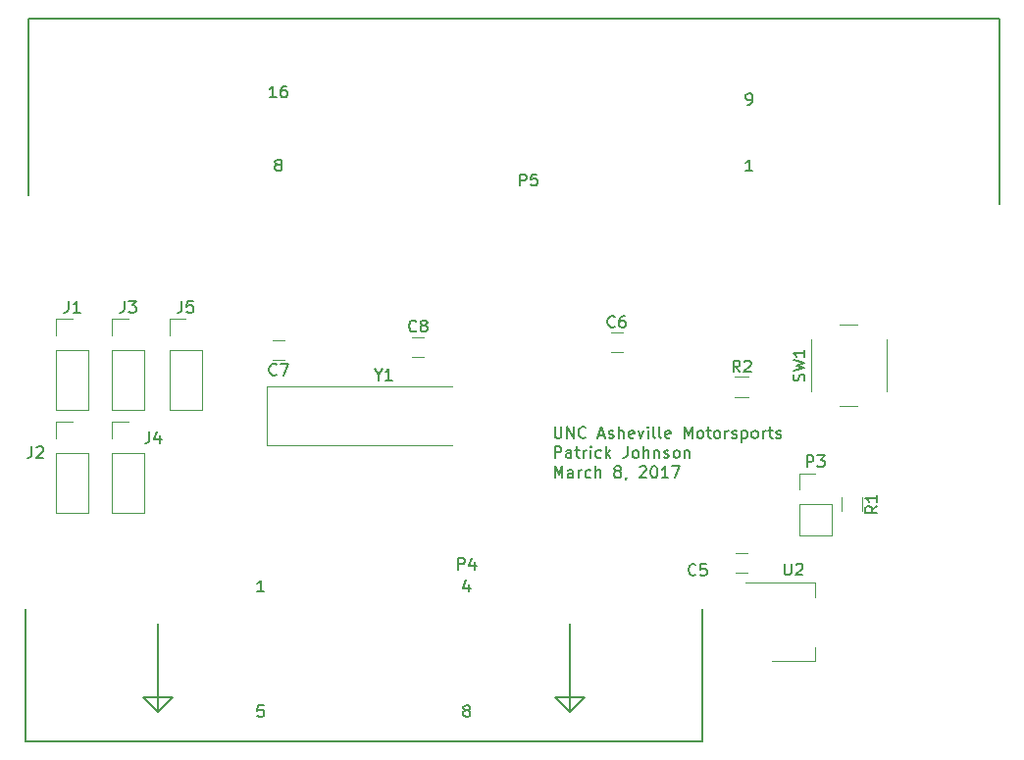
<source format=gto>
G04 #@! TF.GenerationSoftware,KiCad,Pcbnew,(2017-03-04 revision f18196186)-makepkg*
G04 #@! TF.CreationDate,2017-03-09T17:33:05-05:00*
G04 #@! TF.ProjectId,C-CAN_Y17,432D43414E5F5931372E6B696361645F,rev?*
G04 #@! TF.FileFunction,Legend,Top*
G04 #@! TF.FilePolarity,Positive*
%FSLAX46Y46*%
G04 Gerber Fmt 4.6, Leading zero omitted, Abs format (unit mm)*
G04 Created by KiCad (PCBNEW (2017-03-04 revision f18196186)-makepkg) date 03/09/17 17:33:05*
%MOMM*%
%LPD*%
G01*
G04 APERTURE LIST*
%ADD10C,0.100000*%
%ADD11C,0.200000*%
%ADD12C,0.120000*%
%ADD13C,0.150000*%
G04 APERTURE END LIST*
D10*
D11*
X142608095Y-101892380D02*
X142608095Y-102701904D01*
X142655714Y-102797142D01*
X142703333Y-102844761D01*
X142798571Y-102892380D01*
X142989047Y-102892380D01*
X143084285Y-102844761D01*
X143131904Y-102797142D01*
X143179523Y-102701904D01*
X143179523Y-101892380D01*
X143655714Y-102892380D02*
X143655714Y-101892380D01*
X144227142Y-102892380D01*
X144227142Y-101892380D01*
X145274761Y-102797142D02*
X145227142Y-102844761D01*
X145084285Y-102892380D01*
X144989047Y-102892380D01*
X144846190Y-102844761D01*
X144750952Y-102749523D01*
X144703333Y-102654285D01*
X144655714Y-102463809D01*
X144655714Y-102320952D01*
X144703333Y-102130476D01*
X144750952Y-102035238D01*
X144846190Y-101940000D01*
X144989047Y-101892380D01*
X145084285Y-101892380D01*
X145227142Y-101940000D01*
X145274761Y-101987619D01*
X146417619Y-102606666D02*
X146893809Y-102606666D01*
X146322380Y-102892380D02*
X146655714Y-101892380D01*
X146989047Y-102892380D01*
X147274761Y-102844761D02*
X147370000Y-102892380D01*
X147560476Y-102892380D01*
X147655714Y-102844761D01*
X147703333Y-102749523D01*
X147703333Y-102701904D01*
X147655714Y-102606666D01*
X147560476Y-102559047D01*
X147417619Y-102559047D01*
X147322380Y-102511428D01*
X147274761Y-102416190D01*
X147274761Y-102368571D01*
X147322380Y-102273333D01*
X147417619Y-102225714D01*
X147560476Y-102225714D01*
X147655714Y-102273333D01*
X148131904Y-102892380D02*
X148131904Y-101892380D01*
X148560476Y-102892380D02*
X148560476Y-102368571D01*
X148512857Y-102273333D01*
X148417619Y-102225714D01*
X148274761Y-102225714D01*
X148179523Y-102273333D01*
X148131904Y-102320952D01*
X149417619Y-102844761D02*
X149322380Y-102892380D01*
X149131904Y-102892380D01*
X149036666Y-102844761D01*
X148989047Y-102749523D01*
X148989047Y-102368571D01*
X149036666Y-102273333D01*
X149131904Y-102225714D01*
X149322380Y-102225714D01*
X149417619Y-102273333D01*
X149465238Y-102368571D01*
X149465238Y-102463809D01*
X148989047Y-102559047D01*
X149798571Y-102225714D02*
X150036666Y-102892380D01*
X150274761Y-102225714D01*
X150655714Y-102892380D02*
X150655714Y-102225714D01*
X150655714Y-101892380D02*
X150608095Y-101940000D01*
X150655714Y-101987619D01*
X150703333Y-101940000D01*
X150655714Y-101892380D01*
X150655714Y-101987619D01*
X151274761Y-102892380D02*
X151179523Y-102844761D01*
X151131904Y-102749523D01*
X151131904Y-101892380D01*
X151798571Y-102892380D02*
X151703333Y-102844761D01*
X151655714Y-102749523D01*
X151655714Y-101892380D01*
X152560476Y-102844761D02*
X152465238Y-102892380D01*
X152274761Y-102892380D01*
X152179523Y-102844761D01*
X152131904Y-102749523D01*
X152131904Y-102368571D01*
X152179523Y-102273333D01*
X152274761Y-102225714D01*
X152465238Y-102225714D01*
X152560476Y-102273333D01*
X152608095Y-102368571D01*
X152608095Y-102463809D01*
X152131904Y-102559047D01*
X153798571Y-102892380D02*
X153798571Y-101892380D01*
X154131904Y-102606666D01*
X154465238Y-101892380D01*
X154465238Y-102892380D01*
X155084285Y-102892380D02*
X154989047Y-102844761D01*
X154941428Y-102797142D01*
X154893809Y-102701904D01*
X154893809Y-102416190D01*
X154941428Y-102320952D01*
X154989047Y-102273333D01*
X155084285Y-102225714D01*
X155227142Y-102225714D01*
X155322380Y-102273333D01*
X155370000Y-102320952D01*
X155417619Y-102416190D01*
X155417619Y-102701904D01*
X155370000Y-102797142D01*
X155322380Y-102844761D01*
X155227142Y-102892380D01*
X155084285Y-102892380D01*
X155703333Y-102225714D02*
X156084285Y-102225714D01*
X155846190Y-101892380D02*
X155846190Y-102749523D01*
X155893809Y-102844761D01*
X155989047Y-102892380D01*
X156084285Y-102892380D01*
X156560476Y-102892380D02*
X156465238Y-102844761D01*
X156417619Y-102797142D01*
X156370000Y-102701904D01*
X156370000Y-102416190D01*
X156417619Y-102320952D01*
X156465238Y-102273333D01*
X156560476Y-102225714D01*
X156703333Y-102225714D01*
X156798571Y-102273333D01*
X156846190Y-102320952D01*
X156893809Y-102416190D01*
X156893809Y-102701904D01*
X156846190Y-102797142D01*
X156798571Y-102844761D01*
X156703333Y-102892380D01*
X156560476Y-102892380D01*
X157322380Y-102892380D02*
X157322380Y-102225714D01*
X157322380Y-102416190D02*
X157370000Y-102320952D01*
X157417619Y-102273333D01*
X157512857Y-102225714D01*
X157608095Y-102225714D01*
X157893809Y-102844761D02*
X157989047Y-102892380D01*
X158179523Y-102892380D01*
X158274761Y-102844761D01*
X158322380Y-102749523D01*
X158322380Y-102701904D01*
X158274761Y-102606666D01*
X158179523Y-102559047D01*
X158036666Y-102559047D01*
X157941428Y-102511428D01*
X157893809Y-102416190D01*
X157893809Y-102368571D01*
X157941428Y-102273333D01*
X158036666Y-102225714D01*
X158179523Y-102225714D01*
X158274761Y-102273333D01*
X158750952Y-102225714D02*
X158750952Y-103225714D01*
X158750952Y-102273333D02*
X158846190Y-102225714D01*
X159036666Y-102225714D01*
X159131904Y-102273333D01*
X159179523Y-102320952D01*
X159227142Y-102416190D01*
X159227142Y-102701904D01*
X159179523Y-102797142D01*
X159131904Y-102844761D01*
X159036666Y-102892380D01*
X158846190Y-102892380D01*
X158750952Y-102844761D01*
X159798571Y-102892380D02*
X159703333Y-102844761D01*
X159655714Y-102797142D01*
X159608095Y-102701904D01*
X159608095Y-102416190D01*
X159655714Y-102320952D01*
X159703333Y-102273333D01*
X159798571Y-102225714D01*
X159941428Y-102225714D01*
X160036666Y-102273333D01*
X160084285Y-102320952D01*
X160131904Y-102416190D01*
X160131904Y-102701904D01*
X160084285Y-102797142D01*
X160036666Y-102844761D01*
X159941428Y-102892380D01*
X159798571Y-102892380D01*
X160560476Y-102892380D02*
X160560476Y-102225714D01*
X160560476Y-102416190D02*
X160608095Y-102320952D01*
X160655714Y-102273333D01*
X160750952Y-102225714D01*
X160846190Y-102225714D01*
X161036666Y-102225714D02*
X161417619Y-102225714D01*
X161179523Y-101892380D02*
X161179523Y-102749523D01*
X161227142Y-102844761D01*
X161322380Y-102892380D01*
X161417619Y-102892380D01*
X161703333Y-102844761D02*
X161798571Y-102892380D01*
X161989047Y-102892380D01*
X162084285Y-102844761D01*
X162131904Y-102749523D01*
X162131904Y-102701904D01*
X162084285Y-102606666D01*
X161989047Y-102559047D01*
X161846190Y-102559047D01*
X161750952Y-102511428D01*
X161703333Y-102416190D01*
X161703333Y-102368571D01*
X161750952Y-102273333D01*
X161846190Y-102225714D01*
X161989047Y-102225714D01*
X162084285Y-102273333D01*
X142608095Y-104592380D02*
X142608095Y-103592380D01*
X142989047Y-103592380D01*
X143084285Y-103640000D01*
X143131904Y-103687619D01*
X143179523Y-103782857D01*
X143179523Y-103925714D01*
X143131904Y-104020952D01*
X143084285Y-104068571D01*
X142989047Y-104116190D01*
X142608095Y-104116190D01*
X144036666Y-104592380D02*
X144036666Y-104068571D01*
X143989047Y-103973333D01*
X143893809Y-103925714D01*
X143703333Y-103925714D01*
X143608095Y-103973333D01*
X144036666Y-104544761D02*
X143941428Y-104592380D01*
X143703333Y-104592380D01*
X143608095Y-104544761D01*
X143560476Y-104449523D01*
X143560476Y-104354285D01*
X143608095Y-104259047D01*
X143703333Y-104211428D01*
X143941428Y-104211428D01*
X144036666Y-104163809D01*
X144370000Y-103925714D02*
X144750952Y-103925714D01*
X144512857Y-103592380D02*
X144512857Y-104449523D01*
X144560476Y-104544761D01*
X144655714Y-104592380D01*
X144750952Y-104592380D01*
X145084285Y-104592380D02*
X145084285Y-103925714D01*
X145084285Y-104116190D02*
X145131904Y-104020952D01*
X145179523Y-103973333D01*
X145274761Y-103925714D01*
X145370000Y-103925714D01*
X145703333Y-104592380D02*
X145703333Y-103925714D01*
X145703333Y-103592380D02*
X145655714Y-103640000D01*
X145703333Y-103687619D01*
X145750952Y-103640000D01*
X145703333Y-103592380D01*
X145703333Y-103687619D01*
X146608095Y-104544761D02*
X146512857Y-104592380D01*
X146322380Y-104592380D01*
X146227142Y-104544761D01*
X146179523Y-104497142D01*
X146131904Y-104401904D01*
X146131904Y-104116190D01*
X146179523Y-104020952D01*
X146227142Y-103973333D01*
X146322380Y-103925714D01*
X146512857Y-103925714D01*
X146608095Y-103973333D01*
X147036666Y-104592380D02*
X147036666Y-103592380D01*
X147131904Y-104211428D02*
X147417619Y-104592380D01*
X147417619Y-103925714D02*
X147036666Y-104306666D01*
X148893809Y-103592380D02*
X148893809Y-104306666D01*
X148846190Y-104449523D01*
X148750952Y-104544761D01*
X148608095Y-104592380D01*
X148512857Y-104592380D01*
X149512857Y-104592380D02*
X149417619Y-104544761D01*
X149370000Y-104497142D01*
X149322380Y-104401904D01*
X149322380Y-104116190D01*
X149370000Y-104020952D01*
X149417619Y-103973333D01*
X149512857Y-103925714D01*
X149655714Y-103925714D01*
X149750952Y-103973333D01*
X149798571Y-104020952D01*
X149846190Y-104116190D01*
X149846190Y-104401904D01*
X149798571Y-104497142D01*
X149750952Y-104544761D01*
X149655714Y-104592380D01*
X149512857Y-104592380D01*
X150274761Y-104592380D02*
X150274761Y-103592380D01*
X150703333Y-104592380D02*
X150703333Y-104068571D01*
X150655714Y-103973333D01*
X150560476Y-103925714D01*
X150417619Y-103925714D01*
X150322380Y-103973333D01*
X150274761Y-104020952D01*
X151179523Y-103925714D02*
X151179523Y-104592380D01*
X151179523Y-104020952D02*
X151227142Y-103973333D01*
X151322380Y-103925714D01*
X151465238Y-103925714D01*
X151560476Y-103973333D01*
X151608095Y-104068571D01*
X151608095Y-104592380D01*
X152036666Y-104544761D02*
X152131904Y-104592380D01*
X152322380Y-104592380D01*
X152417619Y-104544761D01*
X152465238Y-104449523D01*
X152465238Y-104401904D01*
X152417619Y-104306666D01*
X152322380Y-104259047D01*
X152179523Y-104259047D01*
X152084285Y-104211428D01*
X152036666Y-104116190D01*
X152036666Y-104068571D01*
X152084285Y-103973333D01*
X152179523Y-103925714D01*
X152322380Y-103925714D01*
X152417619Y-103973333D01*
X153036666Y-104592380D02*
X152941428Y-104544761D01*
X152893809Y-104497142D01*
X152846190Y-104401904D01*
X152846190Y-104116190D01*
X152893809Y-104020952D01*
X152941428Y-103973333D01*
X153036666Y-103925714D01*
X153179523Y-103925714D01*
X153274761Y-103973333D01*
X153322380Y-104020952D01*
X153370000Y-104116190D01*
X153370000Y-104401904D01*
X153322380Y-104497142D01*
X153274761Y-104544761D01*
X153179523Y-104592380D01*
X153036666Y-104592380D01*
X153798571Y-103925714D02*
X153798571Y-104592380D01*
X153798571Y-104020952D02*
X153846190Y-103973333D01*
X153941428Y-103925714D01*
X154084285Y-103925714D01*
X154179523Y-103973333D01*
X154227142Y-104068571D01*
X154227142Y-104592380D01*
X142608095Y-106292380D02*
X142608095Y-105292380D01*
X142941428Y-106006666D01*
X143274761Y-105292380D01*
X143274761Y-106292380D01*
X144179523Y-106292380D02*
X144179523Y-105768571D01*
X144131904Y-105673333D01*
X144036666Y-105625714D01*
X143846190Y-105625714D01*
X143750952Y-105673333D01*
X144179523Y-106244761D02*
X144084285Y-106292380D01*
X143846190Y-106292380D01*
X143750952Y-106244761D01*
X143703333Y-106149523D01*
X143703333Y-106054285D01*
X143750952Y-105959047D01*
X143846190Y-105911428D01*
X144084285Y-105911428D01*
X144179523Y-105863809D01*
X144655714Y-106292380D02*
X144655714Y-105625714D01*
X144655714Y-105816190D02*
X144703333Y-105720952D01*
X144750952Y-105673333D01*
X144846190Y-105625714D01*
X144941428Y-105625714D01*
X145703333Y-106244761D02*
X145608095Y-106292380D01*
X145417619Y-106292380D01*
X145322380Y-106244761D01*
X145274761Y-106197142D01*
X145227142Y-106101904D01*
X145227142Y-105816190D01*
X145274761Y-105720952D01*
X145322380Y-105673333D01*
X145417619Y-105625714D01*
X145608095Y-105625714D01*
X145703333Y-105673333D01*
X146131904Y-106292380D02*
X146131904Y-105292380D01*
X146560476Y-106292380D02*
X146560476Y-105768571D01*
X146512857Y-105673333D01*
X146417619Y-105625714D01*
X146274761Y-105625714D01*
X146179523Y-105673333D01*
X146131904Y-105720952D01*
X147941428Y-105720952D02*
X147846190Y-105673333D01*
X147798571Y-105625714D01*
X147750952Y-105530476D01*
X147750952Y-105482857D01*
X147798571Y-105387619D01*
X147846190Y-105340000D01*
X147941428Y-105292380D01*
X148131904Y-105292380D01*
X148227142Y-105340000D01*
X148274761Y-105387619D01*
X148322380Y-105482857D01*
X148322380Y-105530476D01*
X148274761Y-105625714D01*
X148227142Y-105673333D01*
X148131904Y-105720952D01*
X147941428Y-105720952D01*
X147846190Y-105768571D01*
X147798571Y-105816190D01*
X147750952Y-105911428D01*
X147750952Y-106101904D01*
X147798571Y-106197142D01*
X147846190Y-106244761D01*
X147941428Y-106292380D01*
X148131904Y-106292380D01*
X148227142Y-106244761D01*
X148274761Y-106197142D01*
X148322380Y-106101904D01*
X148322380Y-105911428D01*
X148274761Y-105816190D01*
X148227142Y-105768571D01*
X148131904Y-105720952D01*
X148798571Y-106244761D02*
X148798571Y-106292380D01*
X148750952Y-106387619D01*
X148703333Y-106435238D01*
X149941428Y-105387619D02*
X149989047Y-105340000D01*
X150084285Y-105292380D01*
X150322380Y-105292380D01*
X150417619Y-105340000D01*
X150465238Y-105387619D01*
X150512857Y-105482857D01*
X150512857Y-105578095D01*
X150465238Y-105720952D01*
X149893809Y-106292380D01*
X150512857Y-106292380D01*
X151131904Y-105292380D02*
X151227142Y-105292380D01*
X151322380Y-105340000D01*
X151370000Y-105387619D01*
X151417619Y-105482857D01*
X151465238Y-105673333D01*
X151465238Y-105911428D01*
X151417619Y-106101904D01*
X151370000Y-106197142D01*
X151322380Y-106244761D01*
X151227142Y-106292380D01*
X151131904Y-106292380D01*
X151036666Y-106244761D01*
X150989047Y-106197142D01*
X150941428Y-106101904D01*
X150893809Y-105911428D01*
X150893809Y-105673333D01*
X150941428Y-105482857D01*
X150989047Y-105387619D01*
X151036666Y-105340000D01*
X151131904Y-105292380D01*
X152417619Y-106292380D02*
X151846190Y-106292380D01*
X152131904Y-106292380D02*
X152131904Y-105292380D01*
X152036666Y-105435238D01*
X151941428Y-105530476D01*
X151846190Y-105578095D01*
X152750952Y-105292380D02*
X153417619Y-105292380D01*
X152989047Y-106292380D01*
D12*
X104401000Y-104140000D02*
X104401000Y-109340000D01*
X104401000Y-109340000D02*
X107181000Y-109340000D01*
X107181000Y-109340000D02*
X107181000Y-104140000D01*
X107181000Y-104140000D02*
X104401000Y-104140000D01*
X104401000Y-102870000D02*
X104401000Y-101480000D01*
X104401000Y-101480000D02*
X105791000Y-101480000D01*
D13*
X97155000Y-66675000D02*
X97155000Y-81915000D01*
X180975000Y-66675000D02*
X180975000Y-82677000D01*
X97155000Y-66675000D02*
X180975000Y-66675000D01*
X143891000Y-126492000D02*
X143891000Y-126492000D01*
X145161000Y-125222000D02*
X143891000Y-126492000D01*
X142621000Y-125222000D02*
X145161000Y-125222000D01*
X143891000Y-126492000D02*
X142621000Y-125222000D01*
X143891000Y-118872000D02*
X143891000Y-126492000D01*
X108331000Y-126492000D02*
X108331000Y-126492000D01*
X109601000Y-125222000D02*
X108331000Y-126492000D01*
X107061000Y-125222000D02*
X109601000Y-125222000D01*
X108331000Y-126492000D02*
X107061000Y-125222000D01*
X108331000Y-118872000D02*
X108331000Y-126492000D01*
X155321000Y-129032000D02*
X155321000Y-117602000D01*
X96901000Y-129032000D02*
X155321000Y-129032000D01*
X96901000Y-117602000D02*
X96901000Y-129032000D01*
D12*
X158250000Y-114515000D02*
X159250000Y-114515000D01*
X159250000Y-112815000D02*
X158250000Y-112815000D01*
X148455000Y-93765000D02*
X147455000Y-93765000D01*
X147455000Y-95465000D02*
X148455000Y-95465000D01*
X119245000Y-94400000D02*
X118245000Y-94400000D01*
X118245000Y-96100000D02*
X119245000Y-96100000D01*
X130310000Y-95846000D02*
X131310000Y-95846000D01*
X131310000Y-94146000D02*
X130310000Y-94146000D01*
X163710000Y-105925000D02*
X165100000Y-105925000D01*
X163710000Y-107315000D02*
X163710000Y-105925000D01*
X166490000Y-108585000D02*
X163710000Y-108585000D01*
X166490000Y-111245000D02*
X166490000Y-108585000D01*
X163710000Y-111245000D02*
X166490000Y-111245000D01*
X163710000Y-108585000D02*
X163710000Y-111245000D01*
X167395000Y-109185000D02*
X167395000Y-107985000D01*
X169155000Y-107985000D02*
X169155000Y-109185000D01*
X158150000Y-97545000D02*
X159350000Y-97545000D01*
X159350000Y-99305000D02*
X158150000Y-99305000D01*
X168735000Y-93095000D02*
X167235000Y-93095000D01*
X164735000Y-94345000D02*
X164735000Y-98845000D01*
X167235000Y-100095000D02*
X168735000Y-100095000D01*
X171235000Y-98845000D02*
X171235000Y-94345000D01*
X159095000Y-115335000D02*
X165105000Y-115335000D01*
X161345000Y-122155000D02*
X165105000Y-122155000D01*
X165105000Y-115335000D02*
X165105000Y-116595000D01*
X165105000Y-122155000D02*
X165105000Y-120895000D01*
X117782500Y-103515000D02*
X133757500Y-103515000D01*
X117782500Y-98415000D02*
X117782500Y-103515000D01*
X133757500Y-98415000D02*
X117782500Y-98415000D01*
X99575000Y-92590000D02*
X100965000Y-92590000D01*
X99575000Y-93980000D02*
X99575000Y-92590000D01*
X102355000Y-95250000D02*
X99575000Y-95250000D01*
X102355000Y-100450000D02*
X102355000Y-95250000D01*
X99575000Y-100450000D02*
X102355000Y-100450000D01*
X99575000Y-95250000D02*
X99575000Y-100450000D01*
X99575000Y-104140000D02*
X99575000Y-109340000D01*
X99575000Y-109340000D02*
X102355000Y-109340000D01*
X102355000Y-109340000D02*
X102355000Y-104140000D01*
X102355000Y-104140000D02*
X99575000Y-104140000D01*
X99575000Y-102870000D02*
X99575000Y-101480000D01*
X99575000Y-101480000D02*
X100965000Y-101480000D01*
X104401000Y-92590000D02*
X105791000Y-92590000D01*
X104401000Y-93980000D02*
X104401000Y-92590000D01*
X107181000Y-95250000D02*
X104401000Y-95250000D01*
X107181000Y-100450000D02*
X107181000Y-95250000D01*
X104401000Y-100450000D02*
X107181000Y-100450000D01*
X104401000Y-95250000D02*
X104401000Y-100450000D01*
X109354000Y-92590000D02*
X110744000Y-92590000D01*
X109354000Y-93980000D02*
X109354000Y-92590000D01*
X112134000Y-95250000D02*
X109354000Y-95250000D01*
X112134000Y-100450000D02*
X112134000Y-95250000D01*
X109354000Y-100450000D02*
X112134000Y-100450000D01*
X109354000Y-95250000D02*
X109354000Y-100450000D01*
D13*
X107616666Y-102322380D02*
X107616666Y-103036666D01*
X107569047Y-103179523D01*
X107473809Y-103274761D01*
X107330952Y-103322380D01*
X107235714Y-103322380D01*
X108521428Y-102655714D02*
X108521428Y-103322380D01*
X108283333Y-102274761D02*
X108045238Y-102989047D01*
X108664285Y-102989047D01*
X139596904Y-81097380D02*
X139596904Y-80097380D01*
X139977857Y-80097380D01*
X140073095Y-80145000D01*
X140120714Y-80192619D01*
X140168333Y-80287857D01*
X140168333Y-80430714D01*
X140120714Y-80525952D01*
X140073095Y-80573571D01*
X139977857Y-80621190D01*
X139596904Y-80621190D01*
X141073095Y-80097380D02*
X140596904Y-80097380D01*
X140549285Y-80573571D01*
X140596904Y-80525952D01*
X140692142Y-80478333D01*
X140930238Y-80478333D01*
X141025476Y-80525952D01*
X141073095Y-80573571D01*
X141120714Y-80668809D01*
X141120714Y-80906904D01*
X141073095Y-81002142D01*
X141025476Y-81049761D01*
X140930238Y-81097380D01*
X140692142Y-81097380D01*
X140596904Y-81049761D01*
X140549285Y-81002142D01*
X118554523Y-73477380D02*
X117983095Y-73477380D01*
X118268809Y-73477380D02*
X118268809Y-72477380D01*
X118173571Y-72620238D01*
X118078333Y-72715476D01*
X117983095Y-72763095D01*
X119411666Y-72477380D02*
X119221190Y-72477380D01*
X119125952Y-72525000D01*
X119078333Y-72572619D01*
X118983095Y-72715476D01*
X118935476Y-72905952D01*
X118935476Y-73286904D01*
X118983095Y-73382142D01*
X119030714Y-73429761D01*
X119125952Y-73477380D01*
X119316428Y-73477380D01*
X119411666Y-73429761D01*
X119459285Y-73382142D01*
X119506904Y-73286904D01*
X119506904Y-73048809D01*
X119459285Y-72953571D01*
X119411666Y-72905952D01*
X119316428Y-72858333D01*
X119125952Y-72858333D01*
X119030714Y-72905952D01*
X118983095Y-72953571D01*
X118935476Y-73048809D01*
X159194523Y-74112380D02*
X159385000Y-74112380D01*
X159480238Y-74064761D01*
X159527857Y-74017142D01*
X159623095Y-73874285D01*
X159670714Y-73683809D01*
X159670714Y-73302857D01*
X159623095Y-73207619D01*
X159575476Y-73160000D01*
X159480238Y-73112380D01*
X159289761Y-73112380D01*
X159194523Y-73160000D01*
X159146904Y-73207619D01*
X159099285Y-73302857D01*
X159099285Y-73540952D01*
X159146904Y-73636190D01*
X159194523Y-73683809D01*
X159289761Y-73731428D01*
X159480238Y-73731428D01*
X159575476Y-73683809D01*
X159623095Y-73636190D01*
X159670714Y-73540952D01*
X118649761Y-79255952D02*
X118554523Y-79208333D01*
X118506904Y-79160714D01*
X118459285Y-79065476D01*
X118459285Y-79017857D01*
X118506904Y-78922619D01*
X118554523Y-78875000D01*
X118649761Y-78827380D01*
X118840238Y-78827380D01*
X118935476Y-78875000D01*
X118983095Y-78922619D01*
X119030714Y-79017857D01*
X119030714Y-79065476D01*
X118983095Y-79160714D01*
X118935476Y-79208333D01*
X118840238Y-79255952D01*
X118649761Y-79255952D01*
X118554523Y-79303571D01*
X118506904Y-79351190D01*
X118459285Y-79446428D01*
X118459285Y-79636904D01*
X118506904Y-79732142D01*
X118554523Y-79779761D01*
X118649761Y-79827380D01*
X118840238Y-79827380D01*
X118935476Y-79779761D01*
X118983095Y-79732142D01*
X119030714Y-79636904D01*
X119030714Y-79446428D01*
X118983095Y-79351190D01*
X118935476Y-79303571D01*
X118840238Y-79255952D01*
X159670714Y-79827380D02*
X159099285Y-79827380D01*
X159385000Y-79827380D02*
X159385000Y-78827380D01*
X159289761Y-78970238D01*
X159194523Y-79065476D01*
X159099285Y-79113095D01*
X134262904Y-114244380D02*
X134262904Y-113244380D01*
X134643857Y-113244380D01*
X134739095Y-113292000D01*
X134786714Y-113339619D01*
X134834333Y-113434857D01*
X134834333Y-113577714D01*
X134786714Y-113672952D01*
X134739095Y-113720571D01*
X134643857Y-113768190D01*
X134262904Y-113768190D01*
X135691476Y-113577714D02*
X135691476Y-114244380D01*
X135453380Y-113196761D02*
X135215285Y-113911047D01*
X135834333Y-113911047D01*
X135191476Y-115482714D02*
X135191476Y-116149380D01*
X134953380Y-115101761D02*
X134715285Y-115816047D01*
X135334333Y-115816047D01*
X117506714Y-116149380D02*
X116935285Y-116149380D01*
X117221000Y-116149380D02*
X117221000Y-115149380D01*
X117125761Y-115292238D01*
X117030523Y-115387476D01*
X116935285Y-115435095D01*
X134905761Y-126372952D02*
X134810523Y-126325333D01*
X134762904Y-126277714D01*
X134715285Y-126182476D01*
X134715285Y-126134857D01*
X134762904Y-126039619D01*
X134810523Y-125992000D01*
X134905761Y-125944380D01*
X135096238Y-125944380D01*
X135191476Y-125992000D01*
X135239095Y-126039619D01*
X135286714Y-126134857D01*
X135286714Y-126182476D01*
X135239095Y-126277714D01*
X135191476Y-126325333D01*
X135096238Y-126372952D01*
X134905761Y-126372952D01*
X134810523Y-126420571D01*
X134762904Y-126468190D01*
X134715285Y-126563428D01*
X134715285Y-126753904D01*
X134762904Y-126849142D01*
X134810523Y-126896761D01*
X134905761Y-126944380D01*
X135096238Y-126944380D01*
X135191476Y-126896761D01*
X135239095Y-126849142D01*
X135286714Y-126753904D01*
X135286714Y-126563428D01*
X135239095Y-126468190D01*
X135191476Y-126420571D01*
X135096238Y-126372952D01*
X117459095Y-125944380D02*
X116982904Y-125944380D01*
X116935285Y-126420571D01*
X116982904Y-126372952D01*
X117078142Y-126325333D01*
X117316238Y-126325333D01*
X117411476Y-126372952D01*
X117459095Y-126420571D01*
X117506714Y-126515809D01*
X117506714Y-126753904D01*
X117459095Y-126849142D01*
X117411476Y-126896761D01*
X117316238Y-126944380D01*
X117078142Y-126944380D01*
X116982904Y-126896761D01*
X116935285Y-126849142D01*
X154773333Y-114657142D02*
X154725714Y-114704761D01*
X154582857Y-114752380D01*
X154487619Y-114752380D01*
X154344761Y-114704761D01*
X154249523Y-114609523D01*
X154201904Y-114514285D01*
X154154285Y-114323809D01*
X154154285Y-114180952D01*
X154201904Y-113990476D01*
X154249523Y-113895238D01*
X154344761Y-113800000D01*
X154487619Y-113752380D01*
X154582857Y-113752380D01*
X154725714Y-113800000D01*
X154773333Y-113847619D01*
X155678095Y-113752380D02*
X155201904Y-113752380D01*
X155154285Y-114228571D01*
X155201904Y-114180952D01*
X155297142Y-114133333D01*
X155535238Y-114133333D01*
X155630476Y-114180952D01*
X155678095Y-114228571D01*
X155725714Y-114323809D01*
X155725714Y-114561904D01*
X155678095Y-114657142D01*
X155630476Y-114704761D01*
X155535238Y-114752380D01*
X155297142Y-114752380D01*
X155201904Y-114704761D01*
X155154285Y-114657142D01*
X147788333Y-93222142D02*
X147740714Y-93269761D01*
X147597857Y-93317380D01*
X147502619Y-93317380D01*
X147359761Y-93269761D01*
X147264523Y-93174523D01*
X147216904Y-93079285D01*
X147169285Y-92888809D01*
X147169285Y-92745952D01*
X147216904Y-92555476D01*
X147264523Y-92460238D01*
X147359761Y-92365000D01*
X147502619Y-92317380D01*
X147597857Y-92317380D01*
X147740714Y-92365000D01*
X147788333Y-92412619D01*
X148645476Y-92317380D02*
X148455000Y-92317380D01*
X148359761Y-92365000D01*
X148312142Y-92412619D01*
X148216904Y-92555476D01*
X148169285Y-92745952D01*
X148169285Y-93126904D01*
X148216904Y-93222142D01*
X148264523Y-93269761D01*
X148359761Y-93317380D01*
X148550238Y-93317380D01*
X148645476Y-93269761D01*
X148693095Y-93222142D01*
X148740714Y-93126904D01*
X148740714Y-92888809D01*
X148693095Y-92793571D01*
X148645476Y-92745952D01*
X148550238Y-92698333D01*
X148359761Y-92698333D01*
X148264523Y-92745952D01*
X148216904Y-92793571D01*
X148169285Y-92888809D01*
X118578333Y-97357142D02*
X118530714Y-97404761D01*
X118387857Y-97452380D01*
X118292619Y-97452380D01*
X118149761Y-97404761D01*
X118054523Y-97309523D01*
X118006904Y-97214285D01*
X117959285Y-97023809D01*
X117959285Y-96880952D01*
X118006904Y-96690476D01*
X118054523Y-96595238D01*
X118149761Y-96500000D01*
X118292619Y-96452380D01*
X118387857Y-96452380D01*
X118530714Y-96500000D01*
X118578333Y-96547619D01*
X118911666Y-96452380D02*
X119578333Y-96452380D01*
X119149761Y-97452380D01*
X130643333Y-93603142D02*
X130595714Y-93650761D01*
X130452857Y-93698380D01*
X130357619Y-93698380D01*
X130214761Y-93650761D01*
X130119523Y-93555523D01*
X130071904Y-93460285D01*
X130024285Y-93269809D01*
X130024285Y-93126952D01*
X130071904Y-92936476D01*
X130119523Y-92841238D01*
X130214761Y-92746000D01*
X130357619Y-92698380D01*
X130452857Y-92698380D01*
X130595714Y-92746000D01*
X130643333Y-92793619D01*
X131214761Y-93126952D02*
X131119523Y-93079333D01*
X131071904Y-93031714D01*
X131024285Y-92936476D01*
X131024285Y-92888857D01*
X131071904Y-92793619D01*
X131119523Y-92746000D01*
X131214761Y-92698380D01*
X131405238Y-92698380D01*
X131500476Y-92746000D01*
X131548095Y-92793619D01*
X131595714Y-92888857D01*
X131595714Y-92936476D01*
X131548095Y-93031714D01*
X131500476Y-93079333D01*
X131405238Y-93126952D01*
X131214761Y-93126952D01*
X131119523Y-93174571D01*
X131071904Y-93222190D01*
X131024285Y-93317428D01*
X131024285Y-93507904D01*
X131071904Y-93603142D01*
X131119523Y-93650761D01*
X131214761Y-93698380D01*
X131405238Y-93698380D01*
X131500476Y-93650761D01*
X131548095Y-93603142D01*
X131595714Y-93507904D01*
X131595714Y-93317428D01*
X131548095Y-93222190D01*
X131500476Y-93174571D01*
X131405238Y-93126952D01*
X164361904Y-105377380D02*
X164361904Y-104377380D01*
X164742857Y-104377380D01*
X164838095Y-104425000D01*
X164885714Y-104472619D01*
X164933333Y-104567857D01*
X164933333Y-104710714D01*
X164885714Y-104805952D01*
X164838095Y-104853571D01*
X164742857Y-104901190D01*
X164361904Y-104901190D01*
X165266666Y-104377380D02*
X165885714Y-104377380D01*
X165552380Y-104758333D01*
X165695238Y-104758333D01*
X165790476Y-104805952D01*
X165838095Y-104853571D01*
X165885714Y-104948809D01*
X165885714Y-105186904D01*
X165838095Y-105282142D01*
X165790476Y-105329761D01*
X165695238Y-105377380D01*
X165409523Y-105377380D01*
X165314285Y-105329761D01*
X165266666Y-105282142D01*
X170427380Y-108751666D02*
X169951190Y-109085000D01*
X170427380Y-109323095D02*
X169427380Y-109323095D01*
X169427380Y-108942142D01*
X169475000Y-108846904D01*
X169522619Y-108799285D01*
X169617857Y-108751666D01*
X169760714Y-108751666D01*
X169855952Y-108799285D01*
X169903571Y-108846904D01*
X169951190Y-108942142D01*
X169951190Y-109323095D01*
X170427380Y-107799285D02*
X170427380Y-108370714D01*
X170427380Y-108085000D02*
X169427380Y-108085000D01*
X169570238Y-108180238D01*
X169665476Y-108275476D01*
X169713095Y-108370714D01*
X158583333Y-97177380D02*
X158250000Y-96701190D01*
X158011904Y-97177380D02*
X158011904Y-96177380D01*
X158392857Y-96177380D01*
X158488095Y-96225000D01*
X158535714Y-96272619D01*
X158583333Y-96367857D01*
X158583333Y-96510714D01*
X158535714Y-96605952D01*
X158488095Y-96653571D01*
X158392857Y-96701190D01*
X158011904Y-96701190D01*
X158964285Y-96272619D02*
X159011904Y-96225000D01*
X159107142Y-96177380D01*
X159345238Y-96177380D01*
X159440476Y-96225000D01*
X159488095Y-96272619D01*
X159535714Y-96367857D01*
X159535714Y-96463095D01*
X159488095Y-96605952D01*
X158916666Y-97177380D01*
X159535714Y-97177380D01*
X164139761Y-97928333D02*
X164187380Y-97785476D01*
X164187380Y-97547380D01*
X164139761Y-97452142D01*
X164092142Y-97404523D01*
X163996904Y-97356904D01*
X163901666Y-97356904D01*
X163806428Y-97404523D01*
X163758809Y-97452142D01*
X163711190Y-97547380D01*
X163663571Y-97737857D01*
X163615952Y-97833095D01*
X163568333Y-97880714D01*
X163473095Y-97928333D01*
X163377857Y-97928333D01*
X163282619Y-97880714D01*
X163235000Y-97833095D01*
X163187380Y-97737857D01*
X163187380Y-97499761D01*
X163235000Y-97356904D01*
X163187380Y-97023571D02*
X164187380Y-96785476D01*
X163473095Y-96595000D01*
X164187380Y-96404523D01*
X163187380Y-96166428D01*
X164187380Y-95261666D02*
X164187380Y-95833095D01*
X164187380Y-95547380D02*
X163187380Y-95547380D01*
X163330238Y-95642619D01*
X163425476Y-95737857D01*
X163473095Y-95833095D01*
X162433095Y-113697380D02*
X162433095Y-114506904D01*
X162480714Y-114602142D01*
X162528333Y-114649761D01*
X162623571Y-114697380D01*
X162814047Y-114697380D01*
X162909285Y-114649761D01*
X162956904Y-114602142D01*
X163004523Y-114506904D01*
X163004523Y-113697380D01*
X163433095Y-113792619D02*
X163480714Y-113745000D01*
X163575952Y-113697380D01*
X163814047Y-113697380D01*
X163909285Y-113745000D01*
X163956904Y-113792619D01*
X164004523Y-113887857D01*
X164004523Y-113983095D01*
X163956904Y-114125952D01*
X163385476Y-114697380D01*
X164004523Y-114697380D01*
X127381309Y-97391190D02*
X127381309Y-97867380D01*
X127047976Y-96867380D02*
X127381309Y-97391190D01*
X127714642Y-96867380D01*
X128571785Y-97867380D02*
X128000357Y-97867380D01*
X128286071Y-97867380D02*
X128286071Y-96867380D01*
X128190833Y-97010238D01*
X128095595Y-97105476D01*
X128000357Y-97153095D01*
X100631666Y-91042380D02*
X100631666Y-91756666D01*
X100584047Y-91899523D01*
X100488809Y-91994761D01*
X100345952Y-92042380D01*
X100250714Y-92042380D01*
X101631666Y-92042380D02*
X101060238Y-92042380D01*
X101345952Y-92042380D02*
X101345952Y-91042380D01*
X101250714Y-91185238D01*
X101155476Y-91280476D01*
X101060238Y-91328095D01*
X97456666Y-103592380D02*
X97456666Y-104306666D01*
X97409047Y-104449523D01*
X97313809Y-104544761D01*
X97170952Y-104592380D01*
X97075714Y-104592380D01*
X97885238Y-103687619D02*
X97932857Y-103640000D01*
X98028095Y-103592380D01*
X98266190Y-103592380D01*
X98361428Y-103640000D01*
X98409047Y-103687619D01*
X98456666Y-103782857D01*
X98456666Y-103878095D01*
X98409047Y-104020952D01*
X97837619Y-104592380D01*
X98456666Y-104592380D01*
X105457666Y-91042380D02*
X105457666Y-91756666D01*
X105410047Y-91899523D01*
X105314809Y-91994761D01*
X105171952Y-92042380D01*
X105076714Y-92042380D01*
X105838619Y-91042380D02*
X106457666Y-91042380D01*
X106124333Y-91423333D01*
X106267190Y-91423333D01*
X106362428Y-91470952D01*
X106410047Y-91518571D01*
X106457666Y-91613809D01*
X106457666Y-91851904D01*
X106410047Y-91947142D01*
X106362428Y-91994761D01*
X106267190Y-92042380D01*
X105981476Y-92042380D01*
X105886238Y-91994761D01*
X105838619Y-91947142D01*
X110410666Y-91042380D02*
X110410666Y-91756666D01*
X110363047Y-91899523D01*
X110267809Y-91994761D01*
X110124952Y-92042380D01*
X110029714Y-92042380D01*
X111363047Y-91042380D02*
X110886857Y-91042380D01*
X110839238Y-91518571D01*
X110886857Y-91470952D01*
X110982095Y-91423333D01*
X111220190Y-91423333D01*
X111315428Y-91470952D01*
X111363047Y-91518571D01*
X111410666Y-91613809D01*
X111410666Y-91851904D01*
X111363047Y-91947142D01*
X111315428Y-91994761D01*
X111220190Y-92042380D01*
X110982095Y-92042380D01*
X110886857Y-91994761D01*
X110839238Y-91947142D01*
M02*

</source>
